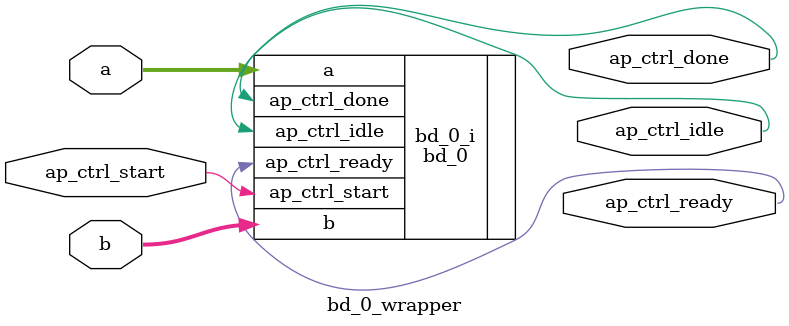
<source format=v>
`timescale 1 ps / 1 ps

module bd_0_wrapper
   (a,
    ap_ctrl_done,
    ap_ctrl_idle,
    ap_ctrl_ready,
    ap_ctrl_start,
    b);
  input [31:0]a;
  output ap_ctrl_done;
  output ap_ctrl_idle;
  output ap_ctrl_ready;
  input ap_ctrl_start;
  input [31:0]b;

  wire [31:0]a;
  wire ap_ctrl_done;
  wire ap_ctrl_idle;
  wire ap_ctrl_ready;
  wire ap_ctrl_start;
  wire [31:0]b;

  bd_0 bd_0_i
       (.a(a),
        .ap_ctrl_done(ap_ctrl_done),
        .ap_ctrl_idle(ap_ctrl_idle),
        .ap_ctrl_ready(ap_ctrl_ready),
        .ap_ctrl_start(ap_ctrl_start),
        .b(b));
endmodule

</source>
